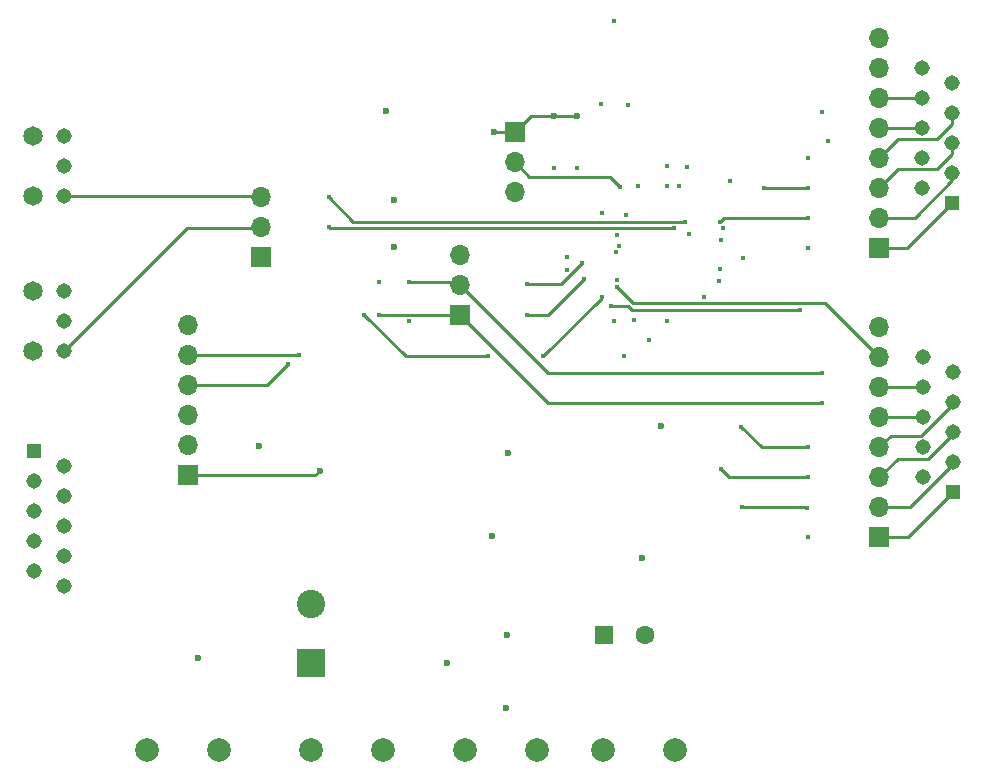
<source format=gbr>
G04 #@! TF.GenerationSoftware,KiCad,Pcbnew,(5.1.9-0-10_14)*
G04 #@! TF.CreationDate,2021-03-22T16:22:46+01:00*
G04 #@! TF.ProjectId,dac,6461632e-6b69-4636-9164-5f7063625858,rev?*
G04 #@! TF.SameCoordinates,Original*
G04 #@! TF.FileFunction,Copper,L3,Inr*
G04 #@! TF.FilePolarity,Positive*
%FSLAX46Y46*%
G04 Gerber Fmt 4.6, Leading zero omitted, Abs format (unit mm)*
G04 Created by KiCad (PCBNEW (5.1.9-0-10_14)) date 2021-03-22 16:22:46*
%MOMM*%
%LPD*%
G01*
G04 APERTURE LIST*
G04 #@! TA.AperFunction,ComponentPad*
%ADD10C,1.308000*%
G04 #@! TD*
G04 #@! TA.AperFunction,ComponentPad*
%ADD11C,1.650000*%
G04 #@! TD*
G04 #@! TA.AperFunction,ComponentPad*
%ADD12C,2.000000*%
G04 #@! TD*
G04 #@! TA.AperFunction,ComponentPad*
%ADD13R,1.308000X1.308000*%
G04 #@! TD*
G04 #@! TA.AperFunction,ComponentPad*
%ADD14O,1.700000X1.700000*%
G04 #@! TD*
G04 #@! TA.AperFunction,ComponentPad*
%ADD15R,1.700000X1.700000*%
G04 #@! TD*
G04 #@! TA.AperFunction,ComponentPad*
%ADD16C,1.600000*%
G04 #@! TD*
G04 #@! TA.AperFunction,ComponentPad*
%ADD17R,1.600000X1.600000*%
G04 #@! TD*
G04 #@! TA.AperFunction,ComponentPad*
%ADD18C,2.400000*%
G04 #@! TD*
G04 #@! TA.AperFunction,ComponentPad*
%ADD19R,2.400000X2.400000*%
G04 #@! TD*
G04 #@! TA.AperFunction,ViaPad*
%ADD20C,0.400000*%
G04 #@! TD*
G04 #@! TA.AperFunction,ViaPad*
%ADD21C,0.600000*%
G04 #@! TD*
G04 #@! TA.AperFunction,Conductor*
%ADD22C,0.250000*%
G04 #@! TD*
G04 APERTURE END LIST*
D10*
X115025000Y-83185000D03*
X115025000Y-85725000D03*
X115025000Y-88265000D03*
D11*
X112395000Y-88265000D03*
X112395000Y-83185000D03*
D10*
X115025000Y-70104000D03*
X115025000Y-72644000D03*
X115025000Y-75184000D03*
D11*
X112395000Y-75184000D03*
X112395000Y-70104000D03*
D12*
X141986000Y-122047000D03*
X135890000Y-122047000D03*
D13*
X190246000Y-100266500D03*
D10*
X187706000Y-98996500D03*
X190246000Y-97726500D03*
X187706000Y-96456500D03*
X190246000Y-95186500D03*
X187706000Y-93916500D03*
X190246000Y-92646500D03*
X187706000Y-91376500D03*
X190246000Y-90106500D03*
X187706000Y-88836500D03*
D14*
X184023000Y-86296500D03*
X184023000Y-88836500D03*
X184023000Y-91376500D03*
X184023000Y-93916500D03*
X184023000Y-96456500D03*
X184023000Y-98996500D03*
X184023000Y-101536500D03*
D15*
X184023000Y-104076500D03*
D14*
X153162000Y-74866500D03*
X153162000Y-72326500D03*
D15*
X153162000Y-69786500D03*
D14*
X131699000Y-75247500D03*
X131699000Y-77787500D03*
D15*
X131699000Y-80327500D03*
D14*
X184023000Y-61785500D03*
X184023000Y-64325500D03*
X184023000Y-66865500D03*
X184023000Y-69405500D03*
X184023000Y-71945500D03*
X184023000Y-74485500D03*
X184023000Y-77025500D03*
D15*
X184023000Y-79565500D03*
D14*
X148526500Y-80137000D03*
X148526500Y-82677000D03*
D15*
X148526500Y-85217000D03*
D13*
X112458500Y-96774000D03*
D10*
X114998500Y-98044000D03*
X112458500Y-99314000D03*
X114998500Y-100584000D03*
X112458500Y-101854000D03*
X114998500Y-103124000D03*
X112458500Y-104394000D03*
X114998500Y-105664000D03*
X112458500Y-106934000D03*
X114998500Y-108204000D03*
D13*
X190224000Y-75755500D03*
D10*
X187684000Y-74485500D03*
X190224000Y-73215500D03*
X187684000Y-71945500D03*
X190224000Y-70675500D03*
X187684000Y-69405500D03*
X190224000Y-68135500D03*
X187684000Y-66865500D03*
X190224000Y-65595500D03*
X187684000Y-64325500D03*
D16*
X164211000Y-112331500D03*
D17*
X160711000Y-112331500D03*
D14*
X125539500Y-86106000D03*
X125539500Y-88646000D03*
X125539500Y-91186000D03*
X125539500Y-93726000D03*
X125539500Y-96266000D03*
D15*
X125539500Y-98806000D03*
D12*
X122047000Y-122047000D03*
X128143000Y-122047000D03*
X155067000Y-122047000D03*
X160655000Y-122047000D03*
X166751000Y-122047000D03*
X148971000Y-122047000D03*
D18*
X135890000Y-109681000D03*
D19*
X135890000Y-114681000D03*
D20*
X166090600Y-74345800D03*
X166090600Y-72669400D03*
X164566600Y-87401400D03*
X157632400Y-80365600D03*
X157616768Y-81416768D03*
D21*
X131508500Y-96329500D03*
X152579000Y-96976000D03*
X142922000Y-79455000D03*
X142292000Y-67956500D03*
X142922000Y-75518000D03*
D20*
X163596000Y-74300400D03*
X166096000Y-85770400D03*
X161603700Y-60341500D03*
X172491400Y-80391000D03*
X162411400Y-88693000D03*
X161823400Y-78439500D03*
X160451800Y-67386200D03*
X162585400Y-76818000D03*
X162737800Y-67437000D03*
X137414000Y-75247500D03*
X167576500Y-77343000D03*
X137414000Y-77787500D03*
X166624000Y-77914500D03*
D21*
X147447000Y-114681000D03*
X126365000Y-114300000D03*
D20*
X134874000Y-88646000D03*
X133985000Y-89408000D03*
D21*
X136652000Y-98425000D03*
D20*
X144208500Y-85742000D03*
X144208500Y-82423000D03*
X179197000Y-90144600D03*
X179197000Y-68046600D03*
X141668500Y-85217000D03*
X141668500Y-82486500D03*
X179197000Y-92684600D03*
X179722000Y-70535800D03*
D21*
X165544500Y-94678500D03*
D20*
X161976500Y-79387000D03*
X167106600Y-74345800D03*
X167716200Y-72720200D03*
D21*
X152477500Y-112381000D03*
X151257000Y-103949500D03*
X163957000Y-105854500D03*
X152400000Y-118491000D03*
D20*
X163271200Y-85699600D03*
X161734959Y-79936236D03*
X161808026Y-82274209D03*
X161594800Y-85750400D03*
X140398500Y-85217000D03*
X161815000Y-82880200D03*
X150876000Y-88747600D03*
X155600400Y-88747600D03*
X160528000Y-83718400D03*
X154228800Y-85242400D03*
X159054800Y-82194400D03*
X158902400Y-80873600D03*
X154228800Y-82651600D03*
X171424600Y-73939400D03*
X167919400Y-78409800D03*
X170561000Y-77343000D03*
X177977800Y-77038200D03*
X170827765Y-77884800D03*
X174269400Y-74498200D03*
X178028600Y-74498200D03*
X177977800Y-71958200D03*
X170611800Y-78862000D03*
X162115500Y-74422000D03*
D21*
X151384000Y-69786500D03*
X156464000Y-68389500D03*
X158432500Y-68389500D03*
D20*
X156464000Y-72834500D03*
X161290000Y-84455000D03*
X177317400Y-84810600D03*
X177977800Y-79578200D03*
X177977800Y-104063800D03*
X160528000Y-76581000D03*
X158432500Y-72834500D03*
X169189400Y-83693000D03*
X172440600Y-101523800D03*
X177876200Y-101574600D03*
X170611800Y-98272600D03*
X177977800Y-98983800D03*
X170459400Y-82372200D03*
X177977800Y-96443800D03*
X170510200Y-81322199D03*
X172339000Y-94716600D03*
D22*
X139509500Y-77343000D02*
X167576500Y-77343000D01*
X137414000Y-75247500D02*
X139509500Y-77343000D01*
X137541000Y-77914500D02*
X166624000Y-77914500D01*
X137414000Y-77787500D02*
X137541000Y-77914500D01*
X133350000Y-88646000D02*
X125539500Y-88646000D01*
X133350000Y-88646000D02*
X134874000Y-88646000D01*
X134874000Y-88646000D02*
X134874000Y-88646000D01*
X132207000Y-91186000D02*
X125539500Y-91186000D01*
X133985000Y-89408000D02*
X132207000Y-91186000D01*
X136271000Y-98806000D02*
X125539500Y-98806000D01*
X136652000Y-98425000D02*
X136271000Y-98806000D01*
X148272500Y-82423000D02*
X148526500Y-82677000D01*
X144208500Y-82423000D02*
X148272500Y-82423000D01*
X155994100Y-90144600D02*
X148526500Y-82677000D01*
X179197000Y-90144600D02*
X155994100Y-90144600D01*
X141668500Y-85217000D02*
X148526500Y-85217000D01*
X155994100Y-92684600D02*
X148526500Y-85217000D01*
X179197000Y-92684600D02*
X155994100Y-92684600D01*
X179404501Y-84218001D02*
X184023000Y-88836500D01*
X163152801Y-84218001D02*
X179404501Y-84218001D01*
X161815000Y-82880200D02*
X163152801Y-84218001D01*
X143929100Y-88747600D02*
X150876000Y-88747600D01*
X140398500Y-85217000D02*
X143929100Y-88747600D01*
X160528000Y-83820000D02*
X160528000Y-83718400D01*
X155600400Y-88747600D02*
X160528000Y-83820000D01*
X155803600Y-85242400D02*
X154228800Y-85242400D01*
X156006800Y-85242400D02*
X155803600Y-85242400D01*
X159054800Y-82194400D02*
X156006800Y-85242400D01*
X157124400Y-82651600D02*
X154228800Y-82651600D01*
X158902400Y-80873600D02*
X157124400Y-82651600D01*
X186414000Y-79565500D02*
X190224000Y-75755500D01*
X184023000Y-79565500D02*
X186414000Y-79565500D01*
X187060998Y-77025500D02*
X190224000Y-73862498D01*
X190224000Y-73862498D02*
X190224000Y-73215500D01*
X184023000Y-77025500D02*
X187060998Y-77025500D01*
X190224000Y-71600395D02*
X190224000Y-70675500D01*
X185583999Y-72924501D02*
X188899894Y-72924501D01*
X188899894Y-72924501D02*
X190224000Y-71600395D01*
X184023000Y-74485500D02*
X185583999Y-72924501D01*
X184023000Y-69405500D02*
X187684000Y-69405500D01*
X190224000Y-69060395D02*
X190224000Y-68135500D01*
X188899894Y-70384501D02*
X190224000Y-69060395D01*
X185583999Y-70384501D02*
X188899894Y-70384501D01*
X184023000Y-71945500D02*
X185583999Y-70384501D01*
X184023000Y-66865500D02*
X187684000Y-66865500D01*
X170865800Y-77038200D02*
X177977800Y-77038200D01*
X170561000Y-77343000D02*
X170865800Y-77038200D01*
X174269400Y-74498200D02*
X178028600Y-74498200D01*
X131635500Y-75184000D02*
X131699000Y-75247500D01*
X115025000Y-75184000D02*
X131635500Y-75184000D01*
X115025000Y-88265000D02*
X125439000Y-77851000D01*
X131635500Y-77851000D02*
X131699000Y-77787500D01*
X125439000Y-77851000D02*
X131635500Y-77851000D01*
X162115500Y-74422000D02*
X161226500Y-73533000D01*
X154368500Y-73533000D02*
X153162000Y-72326500D01*
X161226500Y-73533000D02*
X154368500Y-73533000D01*
X151384000Y-69786500D02*
X153162000Y-69786500D01*
X154559000Y-68389500D02*
X153162000Y-69786500D01*
X156464000Y-68389500D02*
X154559000Y-68389500D01*
X158432500Y-68389500D02*
X156464000Y-68389500D01*
X184023000Y-91376500D02*
X187706000Y-91376500D01*
X184023000Y-93916500D02*
X187706000Y-93916500D01*
X190246000Y-92825422D02*
X190246000Y-92646500D01*
X187593923Y-95477499D02*
X190246000Y-92825422D01*
X185002001Y-95477499D02*
X187593923Y-95477499D01*
X184023000Y-96456500D02*
X185002001Y-95477499D01*
X188175921Y-97435501D02*
X190246000Y-95365422D01*
X185583999Y-97435501D02*
X188175921Y-97435501D01*
X190246000Y-95365422D02*
X190246000Y-95186500D01*
X184023000Y-98996500D02*
X185583999Y-97435501D01*
X190246000Y-97905422D02*
X190246000Y-97726500D01*
X186614922Y-101536500D02*
X190246000Y-97905422D01*
X184023000Y-101536500D02*
X186614922Y-101536500D01*
X186436000Y-104076500D02*
X190246000Y-100266500D01*
X184023000Y-104076500D02*
X186436000Y-104076500D01*
X162753390Y-84455000D02*
X163108990Y-84810600D01*
X163108990Y-84810600D02*
X177317400Y-84810600D01*
X161290000Y-84455000D02*
X162753390Y-84455000D01*
X177825400Y-101523800D02*
X177876200Y-101574600D01*
X172440600Y-101523800D02*
X177825400Y-101523800D01*
X171323000Y-98983800D02*
X177977800Y-98983800D01*
X170611800Y-98272600D02*
X171323000Y-98983800D01*
X174066200Y-96443800D02*
X177977800Y-96443800D01*
X172339000Y-94716600D02*
X174066200Y-96443800D01*
M02*

</source>
